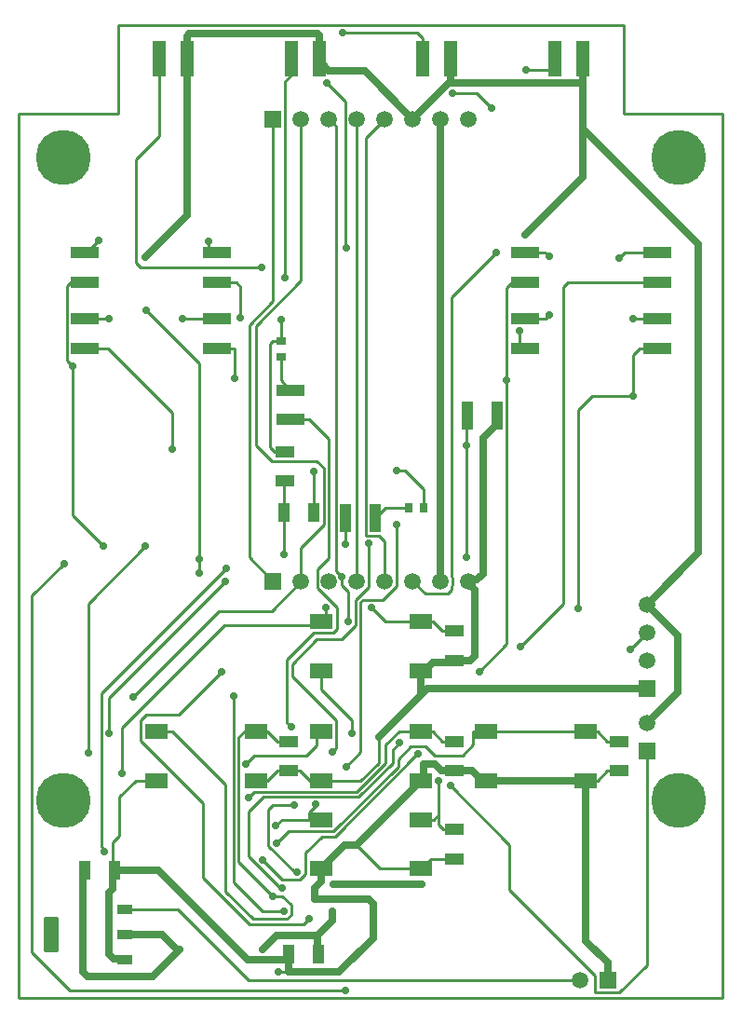
<source format=gtl>
G04*
G04 #@! TF.GenerationSoftware,Altium Limited,Altium Designer,20.1.8 (145)*
G04*
G04 Layer_Physical_Order=1*
G04 Layer_Color=255*
%FSLAX25Y25*%
%MOIN*%
G70*
G04*
G04 #@! TF.SameCoordinates,EC9590D4-A93B-4016-A152-F587195DA6AB*
G04*
G04*
G04 #@! TF.FilePolarity,Positive*
G04*
G01*
G75*
%ADD13C,0.01000*%
%ADD14R,0.05000X0.12520*%
%ADD15R,0.04331X0.10236*%
%ADD16R,0.06693X0.04331*%
%ADD17R,0.03150X0.03543*%
G04:AMPARAMS|DCode=18|XSize=36.61mil|YSize=51.58mil|CornerRadius=2.75mil|HoleSize=0mil|Usage=FLASHONLY|Rotation=90.000|XOffset=0mil|YOffset=0mil|HoleType=Round|Shape=RoundedRectangle|*
%AMROUNDEDRECTD18*
21,1,0.03661,0.04608,0,0,90.0*
21,1,0.03112,0.05158,0,0,90.0*
1,1,0.00549,0.02304,0.01556*
1,1,0.00549,0.02304,-0.01556*
1,1,0.00549,-0.02304,-0.01556*
1,1,0.00549,-0.02304,0.01556*
%
%ADD18ROUNDEDRECTD18*%
G04:AMPARAMS|DCode=19|XSize=127.56mil|YSize=51.58mil|CornerRadius=3.87mil|HoleSize=0mil|Usage=FLASHONLY|Rotation=90.000|XOffset=0mil|YOffset=0mil|HoleType=Round|Shape=RoundedRectangle|*
%AMROUNDEDRECTD19*
21,1,0.12756,0.04384,0,0,90.0*
21,1,0.11982,0.05158,0,0,90.0*
1,1,0.00774,0.02192,0.05991*
1,1,0.00774,0.02192,-0.05991*
1,1,0.00774,-0.02192,-0.05991*
1,1,0.00774,-0.02192,0.05991*
%
%ADD19ROUNDEDRECTD19*%
%ADD20R,0.10236X0.04331*%
%ADD21R,0.03543X0.03150*%
%ADD22R,0.04331X0.06693*%
G04:AMPARAMS|DCode=23|XSize=82.68mil|YSize=54.33mil|CornerRadius=4.08mil|HoleSize=0mil|Usage=FLASHONLY|Rotation=0.000|XOffset=0mil|YOffset=0mil|HoleType=Round|Shape=RoundedRectangle|*
%AMROUNDEDRECTD23*
21,1,0.08268,0.04618,0,0,0.0*
21,1,0.07453,0.05433,0,0,0.0*
1,1,0.00815,0.03726,-0.02309*
1,1,0.00815,-0.03726,-0.02309*
1,1,0.00815,-0.03726,0.02309*
1,1,0.00815,0.03726,0.02309*
%
%ADD23ROUNDEDRECTD23*%
%ADD39C,0.02756*%
%ADD40R,0.05906X0.05906*%
%ADD41C,0.05906*%
%ADD42R,0.05906X0.05906*%
%ADD43C,0.19685*%
%ADD44C,0.02756*%
D13*
X255000Y331473D02*
X255356Y332420D01*
X255476Y333425D01*
X255356Y334430D01*
X255000Y335378D01*
X195185Y358000D02*
Y369185D01*
X133815Y230000D02*
Y240034D01*
X260500Y341835D02*
Y382000D01*
Y392500D01*
X195185Y343128D02*
Y358000D01*
X255000Y335378D02*
Y434945D01*
Y330250D02*
Y331473D01*
Y434945D02*
X271000Y450945D01*
X253750Y329000D02*
X255000Y330250D01*
X217185Y346665D02*
Y356000D01*
X210085Y319016D02*
Y324000D01*
X207107Y317800D02*
X208323Y319016D01*
X133815Y240034D02*
X136165Y242385D01*
X274800Y311000D02*
Y405400D01*
X264950Y301150D02*
X274800Y311000D01*
Y405400D02*
Y438415D01*
X245661Y329000D02*
X253750D01*
X241236Y333425D02*
X245661Y329000D01*
X235500Y373000D02*
X238500D01*
X245256Y359500D02*
Y366244D01*
X238500Y373000D02*
X245256Y366244D01*
X225500Y331297D02*
Y346929D01*
X100252Y184213D02*
X352220D01*
X135685Y532244D02*
X316787D01*
Y500748D02*
X352220D01*
X100252D02*
X135685D01*
X352220Y184213D02*
Y500748D01*
X135685D02*
Y532244D01*
X316787Y500748D02*
Y532244D01*
X100252Y184213D02*
Y500748D01*
X193831Y223500D02*
X194500D01*
X182500Y234831D02*
X193831Y223500D01*
X182500Y234831D02*
Y251000D01*
X194565Y226535D02*
X200704D01*
X187500Y233600D02*
X194565Y226535D01*
X202800Y228631D02*
Y236250D01*
X200704Y226535D02*
X202800Y228631D01*
X132000Y416693D02*
X155000Y393693D01*
Y380500D02*
Y393693D01*
X320000Y399500D02*
Y414193D01*
X322500Y416693D01*
X305307Y399500D02*
X320000D01*
X300550Y394743D02*
X305307Y399500D01*
X300550Y323800D02*
Y394743D01*
X125000Y325400D02*
X145500Y345900D01*
X125000Y272000D02*
Y325400D01*
X129787Y238188D02*
Y293187D01*
Y238188D02*
X130700Y237275D01*
Y236800D02*
Y237275D01*
X132453Y278980D02*
Y291753D01*
X174125Y333425D01*
X137000Y264665D02*
Y281043D01*
Y264665D02*
X137165Y264500D01*
X137000Y281043D02*
X173757Y317800D01*
X216996Y453004D02*
Y505004D01*
Y453004D02*
X217500Y452500D01*
X221236Y333425D02*
Y498780D01*
X210300Y511700D02*
X216996Y505004D01*
X129787Y293187D02*
X174500Y337900D01*
X217400Y267100D02*
X222553Y272253D01*
X187665Y256165D02*
X221751D01*
X182500Y251000D02*
X187665Y256165D01*
X234000Y268414D02*
Y273000D01*
X221751Y256165D02*
X234000Y268414D01*
X184400Y258000D02*
X221058D01*
X181500Y268000D02*
X184327Y270827D01*
X203227D02*
X206900Y274500D01*
X184327Y270827D02*
X203227D01*
X219500Y279000D02*
Y283492D01*
X208323Y294669D02*
Y301378D01*
Y294669D02*
X219500Y283492D01*
X213800Y273700D02*
Y283500D01*
X197980Y299320D02*
X213800Y283500D01*
X210547Y301418D02*
X210824Y300870D01*
X210178Y300673D02*
X210824Y300870D01*
X209473Y301378D02*
X210178Y300673D01*
X208323Y301378D02*
X209473D01*
X177000Y225617D02*
Y292453D01*
X213534Y242117D02*
X242917Y271500D01*
X243000D01*
X234000Y273000D02*
X236500Y275500D01*
X240396Y274165D02*
X245835D01*
X236000Y269769D02*
X240396Y274165D01*
X236000Y267110D02*
Y269769D01*
X245835Y274165D02*
X249000Y271000D01*
X231500Y274823D02*
X236323Y279646D01*
X244150D01*
X231500Y268442D02*
Y274823D01*
X222538Y262008D02*
X229000Y268470D01*
Y277500D01*
X244150Y262008D02*
X245000Y262858D01*
X249000Y271000D02*
X259000D01*
X262900Y274900D01*
X208667Y242117D02*
X213534D01*
X193000Y193500D02*
X196685D01*
X265961Y262008D02*
X267378D01*
X264043Y507957D02*
X269500Y502500D01*
X255500Y507957D02*
X264043D01*
X156750Y201750D02*
X157750D01*
X202163Y210663D02*
X204000Y212500D01*
X182610Y210663D02*
X202163D01*
X166000Y227272D02*
X182610Y210663D01*
X208323Y225734D02*
Y225823D01*
X164700Y341315D02*
Y411300D01*
Y336351D02*
Y341315D01*
X279500Y416693D02*
Y422900D01*
X168200Y450945D02*
Y455100D01*
X206900Y274500D02*
Y279646D01*
X250500Y249900D02*
Y262000D01*
Y246250D02*
Y249900D01*
X204957Y251516D02*
X206775Y253335D01*
X204150Y250710D02*
X204957Y251516D01*
X204150Y248150D02*
Y250710D01*
Y248150D02*
X208323D01*
X194350D02*
X204150D01*
X281800Y516400D02*
X292098D01*
X141000Y291900D02*
X171900Y322800D01*
X190611D01*
X201236Y333425D01*
X187417Y215200D02*
X195100D01*
X177000Y225617D02*
X187417Y215200D01*
X218100Y318900D02*
Y329600D01*
X215800Y331900D02*
X218100Y329600D01*
X215800Y331900D02*
Y335000D01*
X229361Y230512D02*
X244150D01*
X221007Y238866D02*
X229361Y230512D01*
X208323Y262008D02*
X222538D01*
X145600Y430400D02*
X164700Y411300D01*
X123874Y416693D02*
X132000D01*
X191000Y220750D02*
X194508D01*
X197765Y217492D01*
Y214046D02*
Y217492D01*
X196204Y212485D02*
X197765Y214046D01*
X184115Y212485D02*
X196204D01*
X174200Y222400D02*
X184115Y212485D01*
X174200Y222400D02*
Y260500D01*
X155054Y279646D02*
X174200Y260500D01*
X149268Y279646D02*
X155054D01*
X119400Y357100D02*
X130500Y346000D01*
X119400Y357100D02*
Y410300D01*
X205815Y358000D02*
Y372500D01*
X143750Y445764D02*
X187164D01*
X142058Y447456D02*
X143750Y445764D01*
X142058Y447456D02*
Y484358D01*
X150366Y492666D01*
Y520189D01*
X197610Y514300D02*
Y520189D01*
X195500Y512190D02*
X197610Y514300D01*
X195500Y442000D02*
Y512190D01*
X201236Y333425D02*
Y345468D01*
X209268Y353500D01*
Y373832D01*
X206800Y376300D02*
X209268Y373832D01*
X190900Y376300D02*
X206800D01*
X185200Y382000D02*
X190900Y376300D01*
X185200Y382000D02*
Y424800D01*
X201236Y440836D01*
Y498780D01*
X231236Y333425D02*
Y347500D01*
X229142Y349594D02*
X231236Y347500D01*
X224400Y349594D02*
X229142D01*
X224300Y349694D02*
X224400Y349594D01*
X224300Y349694D02*
Y491843D01*
X231236Y498780D01*
X211236D02*
X213700Y496316D01*
Y337100D02*
Y496316D01*
Y337100D02*
X215800Y335000D01*
X182700Y341961D02*
X191236Y333425D01*
X182700Y341961D02*
Y425000D01*
X191236Y433536D01*
Y498780D01*
X136165Y242385D02*
Y256224D01*
X141949Y262008D01*
X149268D01*
X244150Y230512D02*
X247653Y234016D01*
X255961D01*
X303205Y262008D02*
X307300D01*
X310804Y265512D01*
X315016D01*
X204304Y262008D02*
X208323D01*
X200800Y265512D02*
X204304Y262008D01*
X196906Y265512D02*
X200800D01*
X192704D02*
X196906D01*
X189200Y262008D02*
X192704Y265512D01*
X185095Y262008D02*
X189200D01*
X195185Y369185D02*
X195500D01*
X279500Y416693D02*
X281354D01*
X157400Y285500D02*
X172900Y301000D01*
X145700Y285500D02*
X157400D01*
X143800Y283600D02*
X145700Y285500D01*
X143800Y276250D02*
Y283600D01*
Y276250D02*
X166000Y254050D01*
Y227272D02*
Y254050D01*
X279700Y310000D02*
X295100Y325400D01*
Y438750D01*
X296665Y440315D01*
X328598D01*
X118500Y187000D02*
X217051D01*
X104800Y200700D02*
X118500Y187000D01*
X104800Y200700D02*
Y328200D01*
X116300Y339700D01*
X179500Y427485D02*
Y438750D01*
X177935Y440315D02*
X179500Y438750D01*
X171118Y440315D02*
X177935D01*
X208323Y319016D02*
X210085D01*
X226300Y324000D02*
X231284Y319016D01*
X244150D01*
X248300D01*
X251804Y315512D01*
X255961D01*
X173757Y317800D02*
X207107D01*
X180946Y279646D02*
X185095D01*
X178818Y277518D02*
X180946Y279646D01*
X178818Y232932D02*
Y277518D01*
Y232932D02*
X191000Y220750D01*
X185095Y279646D02*
X189200D01*
X192704Y276142D01*
X196906D01*
X192400Y239700D02*
X196604Y243904D01*
X212794D01*
X236000Y267110D01*
X262900Y274900D02*
Y279546D01*
X263000Y279646D01*
X267378D01*
X303205D01*
X307300D01*
X310804Y276142D01*
X315016D01*
X194000Y405315D02*
X197500Y401815D01*
X194000Y405315D02*
Y413744D01*
X227815Y356000D02*
X231315Y359500D01*
X239744D01*
X254600Y260300D02*
X275900Y239000D01*
Y223100D02*
Y239000D01*
Y223100D02*
X306586Y192414D01*
Y186300D02*
Y192414D01*
Y186300D02*
X306686Y186200D01*
X315200D01*
X325000Y196000D01*
Y272500D01*
X276700Y440315D02*
X281354D01*
X274800Y438415D02*
X276700Y440315D01*
X281354Y450945D02*
X288531D01*
X289976Y449500D01*
X314976Y448900D02*
X317021Y450945D01*
X328598D01*
X322500Y416693D02*
X328598D01*
X319976Y427323D02*
X328598D01*
X281354D02*
X288726D01*
X289976Y428573D01*
X118750Y440315D02*
X123874D01*
X117400Y438965D02*
X118750Y440315D01*
X117400Y412300D02*
Y438965D01*
Y412300D02*
X119400Y410300D01*
X123874Y450945D02*
X124400D01*
X128755Y455300D01*
X168200Y450945D02*
X171118D01*
X177400Y405900D02*
Y416593D01*
X177300Y416693D02*
X177400Y416593D01*
X171118Y416693D02*
X177300D01*
X158746Y427323D02*
X171118D01*
X123874D02*
X132496D01*
X212500Y272400D02*
X213800Y273700D01*
X197980Y299320D02*
Y303652D01*
X206828Y312500D01*
X215765D01*
X220765Y317500D01*
Y326563D01*
X225500Y331297D01*
X222553Y272253D02*
Y325822D01*
X223396Y326665D01*
X230473D01*
X235500Y331693D01*
Y353700D01*
X197500Y391185D02*
X204118D01*
X211055Y384248D01*
Y341725D02*
Y384248D01*
X206996Y337665D02*
X211055Y341725D01*
X206996Y330939D02*
Y337665D01*
Y330939D02*
X214112Y323823D01*
Y316362D02*
Y323823D01*
X212750Y315000D02*
X214112Y316362D01*
X205714Y315000D02*
X212750D01*
X196100Y305386D02*
X205714Y315000D01*
X196100Y282700D02*
Y305386D01*
Y282700D02*
X197600Y281200D01*
X191250Y253400D02*
X198785D01*
X189500Y251650D02*
X191250Y253400D01*
X189500Y238750D02*
Y251650D01*
Y238750D02*
X199050Y229200D01*
X199600D01*
X221058Y258000D02*
X231500Y268442D01*
X182400Y256000D02*
X184400Y258000D01*
X206900Y279646D02*
X208323D01*
X244150D02*
X248300D01*
X251804Y276142D01*
X255961D01*
X252104Y244646D02*
X255961D01*
X250500Y246250D02*
X252104Y244646D01*
X244150Y248150D02*
X248750D01*
X250500Y249900D01*
X192222Y246022D02*
X194350Y248150D01*
X202800Y236250D02*
X208667Y242117D01*
X319000Y309000D02*
X325000Y315000D01*
X182500Y190500D02*
X301000D01*
X156984Y216016D02*
X182500Y190500D01*
X138169Y216016D02*
X156984D01*
X194000Y419256D02*
Y427100D01*
X191063Y419256D02*
X194000D01*
X190185Y418378D02*
X191063Y419256D01*
X190185Y381250D02*
Y418378D01*
Y381250D02*
X191620Y379815D01*
X195500D01*
X216076Y529524D02*
X242831D01*
X244854Y527500D01*
Y520189D02*
Y527500D01*
X292098Y516400D02*
Y520189D01*
D14*
X150366D02*
D03*
X160366D02*
D03*
X207610D02*
D03*
X197610D02*
D03*
X244854D02*
D03*
X254854D02*
D03*
X302098D02*
D03*
X292098D02*
D03*
D15*
X260685Y392500D02*
D03*
X271315D02*
D03*
X217185Y356000D02*
D03*
X227815D02*
D03*
D16*
X315016Y265512D02*
D03*
Y276142D02*
D03*
X255961Y265512D02*
D03*
Y276142D02*
D03*
X195500Y379815D02*
D03*
Y369185D02*
D03*
X196906Y276142D02*
D03*
Y265512D02*
D03*
X255961Y244646D02*
D03*
Y234016D02*
D03*
Y315512D02*
D03*
Y304882D02*
D03*
D17*
X239744Y359500D02*
D03*
X245256D02*
D03*
D18*
X138169Y197984D02*
D03*
Y207000D02*
D03*
Y216016D02*
D03*
D19*
X111831Y207000D02*
D03*
D20*
X197500Y391185D02*
D03*
Y401815D02*
D03*
X171118Y416693D02*
D03*
Y427323D02*
D03*
X123874Y416693D02*
D03*
Y427323D02*
D03*
Y440315D02*
D03*
Y450945D02*
D03*
X171118Y440315D02*
D03*
Y450945D02*
D03*
X281354Y416693D02*
D03*
Y427323D02*
D03*
X328598Y416693D02*
D03*
Y427323D02*
D03*
Y440315D02*
D03*
Y450945D02*
D03*
X281354Y440315D02*
D03*
Y450945D02*
D03*
D21*
X194000Y419256D02*
D03*
Y413744D02*
D03*
D22*
X205815Y358000D02*
D03*
X195185D02*
D03*
X207315Y200000D02*
D03*
X196685D02*
D03*
X123685Y230000D02*
D03*
X134315D02*
D03*
D23*
X303205Y279646D02*
D03*
Y262008D02*
D03*
X267378Y279646D02*
D03*
Y262008D02*
D03*
X244150Y319016D02*
D03*
Y301378D02*
D03*
X208323Y319016D02*
D03*
Y301378D02*
D03*
X185095Y279646D02*
D03*
Y262008D02*
D03*
X149268Y279646D02*
D03*
Y262008D02*
D03*
X244150Y279646D02*
D03*
Y262008D02*
D03*
X208323Y279646D02*
D03*
Y262008D02*
D03*
X244150Y248150D02*
D03*
Y230512D02*
D03*
X208323Y248150D02*
D03*
Y230512D02*
D03*
D39*
X251236Y333425D02*
Y498780D01*
X133815Y223315D02*
Y230000D01*
X182000Y198000D02*
X196685D01*
X266260Y376134D02*
Y384492D01*
X271315Y389547D02*
Y392500D01*
X266260Y384492D02*
X271315Y389547D01*
X266260Y336140D02*
Y376134D01*
X261236Y333425D02*
X261839Y334028D01*
X264147D01*
X266260Y336140D01*
X134315Y230000D02*
X150000D01*
X133815D02*
X134315D01*
X229000Y277500D02*
X244000Y292500D01*
X244150Y301378D02*
X245567D01*
X248423Y304234D01*
X255313D01*
X244000Y301229D02*
X244150Y301378D01*
X244000Y292500D02*
Y301229D01*
Y292500D02*
X246383Y294883D01*
X255961Y304882D02*
X261886D01*
X263500Y306496D01*
Y330309D01*
X261236Y332573D02*
Y333425D01*
Y332573D02*
X263500Y330309D01*
X246383Y294883D02*
X324883D01*
X325000Y295000D01*
X227000Y213000D02*
Y217886D01*
Y205579D02*
Y213000D01*
X214921Y193500D02*
X227000Y205579D01*
X206000Y219500D02*
X225386D01*
X227000Y217886D01*
X245000Y262858D02*
Y267835D01*
X221007Y238866D02*
X244150Y262008D01*
X245000Y267835D02*
X249165D01*
X132500Y222000D02*
X133815Y223315D01*
X132500Y200051D02*
Y222000D01*
X137716Y198437D02*
X138169Y197984D01*
X134114Y198437D02*
X137716D01*
X132500Y200051D02*
X134114Y198437D01*
X123000Y193614D02*
Y229815D01*
X123185Y230000D01*
X123000Y193614D02*
X124614Y192000D01*
X150000Y230000D02*
X182000Y198000D01*
X187500Y201750D02*
X192445Y206695D01*
X196685Y198000D02*
Y200000D01*
Y193500D02*
Y198000D01*
Y193500D02*
X214921D01*
X255961Y265512D02*
X262457D01*
X251488D02*
X255961D01*
X206000Y219500D02*
Y223500D01*
X208323Y225823D01*
X249165Y267835D02*
X251488Y265512D01*
X262457D02*
X265961Y262008D01*
X208323Y230512D02*
X216676Y238866D01*
X221007D01*
X145375Y449475D02*
X160366Y464466D01*
X124614Y192000D02*
X148000D01*
X192445Y206695D02*
X207195D01*
X212500Y212000D01*
Y215250D01*
X207195Y200120D02*
Y206695D01*
Y200120D02*
X207315Y200000D01*
X212827Y225000D02*
X244500D01*
X212827Y225000D02*
X212827Y225000D01*
X325000Y282500D02*
X336000Y293500D01*
Y314000D01*
X325000Y325000D02*
X336000Y314000D01*
X325000Y325000D02*
X343500Y343500D01*
Y454000D01*
X241236Y498780D02*
X253957Y511500D01*
X254854D01*
X302098D02*
Y520189D01*
Y495402D02*
Y511500D01*
X254854D02*
X302098D01*
X151500Y207000D02*
X156750Y201750D01*
X302098Y477998D02*
Y495402D01*
X267378Y262008D02*
X303205D01*
X281500Y457400D02*
X302098Y477998D01*
X224116Y515900D02*
X241236Y498780D01*
X302098Y495402D02*
X343500Y454000D01*
X211203Y515900D02*
X224116D01*
X207610Y519492D02*
X211203Y515900D01*
X207610Y519492D02*
Y520189D01*
X254854Y511500D02*
Y520189D01*
X160366Y464466D02*
Y520189D01*
X208323Y225823D02*
Y230512D01*
X303205Y204795D02*
Y262008D01*
Y204795D02*
X311000Y197000D01*
Y190500D02*
Y197000D01*
X148000Y192000D02*
X157750Y201750D01*
X138169Y207000D02*
X151500D01*
X207610Y520189D02*
Y528614D01*
X207024Y529200D02*
X207610Y528614D01*
X161086Y529200D02*
X207024D01*
X160366Y528480D02*
X161086Y529200D01*
X160366Y520189D02*
Y528480D01*
D40*
X191236Y498780D02*
D03*
Y333425D02*
D03*
X311000Y190500D02*
D03*
D41*
X201236Y498780D02*
D03*
X211236D02*
D03*
X221236D02*
D03*
X231236D02*
D03*
X241236D02*
D03*
X251236D02*
D03*
X261236D02*
D03*
X325000Y305000D02*
D03*
Y315000D02*
D03*
Y325000D02*
D03*
Y282500D02*
D03*
X201236Y333425D02*
D03*
X211236D02*
D03*
X221236D02*
D03*
X231236D02*
D03*
X241236D02*
D03*
X251236D02*
D03*
X261236D02*
D03*
X301000Y190500D02*
D03*
D42*
X325000Y295000D02*
D03*
Y272500D02*
D03*
D43*
X116000Y255079D02*
D03*
Y485000D02*
D03*
X336472Y255079D02*
D03*
Y485000D02*
D03*
D44*
X260500Y341835D02*
D03*
Y382000D02*
D03*
X266260Y376134D02*
D03*
X195185Y343128D02*
D03*
X225500Y346929D02*
D03*
X217185Y346665D02*
D03*
X130700Y236800D02*
D03*
X251222Y385748D02*
D03*
X235500Y373000D02*
D03*
X229000Y277500D02*
D03*
X194500Y223500D02*
D03*
X198785Y253400D02*
D03*
X155000Y380500D02*
D03*
X320000Y399500D02*
D03*
X187164Y445764D02*
D03*
X125000Y272000D02*
D03*
X137165Y264500D02*
D03*
X132453Y278980D02*
D03*
X217500Y452500D02*
D03*
X217400Y267100D02*
D03*
X206500Y253500D02*
D03*
X219500Y279000D02*
D03*
X177000Y292453D02*
D03*
X243000Y271500D02*
D03*
X236500Y275500D02*
D03*
X227000Y213000D02*
D03*
X187500Y201750D02*
D03*
X193000Y193500D02*
D03*
X206000Y219500D02*
D03*
X145375Y449475D02*
D03*
X212827Y225000D02*
D03*
X244500Y225000D02*
D03*
X302098Y477998D02*
D03*
X255500Y507957D02*
D03*
X157750Y201750D02*
D03*
X212500Y215250D02*
D03*
X204000Y212500D02*
D03*
X141000Y291900D02*
D03*
X195100Y215200D02*
D03*
X218100Y318900D02*
D03*
X215800Y335000D02*
D03*
X174125Y333425D02*
D03*
X245000Y267835D02*
D03*
X164700Y336351D02*
D03*
X145600Y430400D02*
D03*
X300550Y323800D02*
D03*
X130500Y346000D02*
D03*
X119400Y410300D02*
D03*
X281500Y457400D02*
D03*
X205815Y372500D02*
D03*
X195500Y442000D02*
D03*
X221007Y238866D02*
D03*
X164700Y341315D02*
D03*
X174500Y337900D02*
D03*
X279500Y422900D02*
D03*
X172900Y301000D02*
D03*
X279700Y310000D02*
D03*
X145500Y345900D02*
D03*
X217051Y187000D02*
D03*
X116300Y339700D02*
D03*
X179500Y427485D02*
D03*
X210085Y324000D02*
D03*
X226300D02*
D03*
X191000Y220750D02*
D03*
X192400Y239700D02*
D03*
X210300Y511700D02*
D03*
X269500Y502500D02*
D03*
X254600Y260300D02*
D03*
X264950Y301150D02*
D03*
X274800Y405400D02*
D03*
X289976Y449500D02*
D03*
X314976Y448900D02*
D03*
X319976Y427323D02*
D03*
X289976Y428573D02*
D03*
X128755Y455300D02*
D03*
X168200Y455100D02*
D03*
X177400Y405900D02*
D03*
X158746Y427323D02*
D03*
X132496D02*
D03*
X212500Y272400D02*
D03*
X235500Y353700D02*
D03*
X197600Y281200D02*
D03*
X199600Y229200D02*
D03*
X182400Y256000D02*
D03*
X181500Y268000D02*
D03*
X250500Y262000D02*
D03*
X192222Y246022D02*
D03*
X187500Y233600D02*
D03*
X319000Y309000D02*
D03*
X271000Y450945D02*
D03*
X194000Y427100D02*
D03*
X216076Y529524D02*
D03*
X281800Y516400D02*
D03*
M02*

</source>
